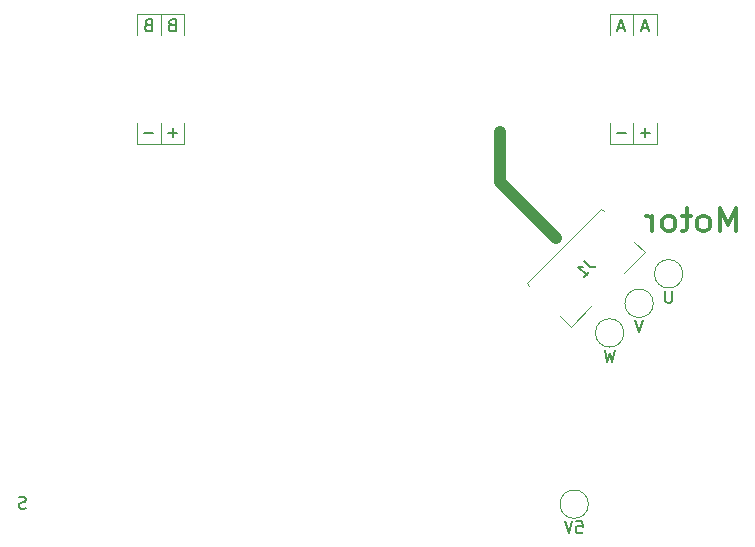
<source format=gbr>
%TF.GenerationSoftware,KiCad,Pcbnew,(6.0.5)*%
%TF.CreationDate,2023-11-22T15:14:02+07:00*%
%TF.ProjectId,view_base,76696577-5f62-4617-9365-2e6b69636164,rev?*%
%TF.SameCoordinates,Original*%
%TF.FileFunction,Legend,Bot*%
%TF.FilePolarity,Positive*%
%FSLAX46Y46*%
G04 Gerber Fmt 4.6, Leading zero omitted, Abs format (unit mm)*
G04 Created by KiCad (PCBNEW (6.0.5)) date 2023-11-22 15:14:02*
%MOMM*%
%LPD*%
G01*
G04 APERTURE LIST*
%ADD10C,0.120000*%
%ADD11C,1.000000*%
%ADD12C,0.150000*%
%ADD13C,0.300000*%
G04 APERTURE END LIST*
D10*
X78000000Y-96300000D02*
X78000000Y-94500000D01*
X78000000Y-103700000D02*
X78000000Y-105500000D01*
X80000000Y-96300000D02*
X80000000Y-94500000D01*
X82000000Y-105500000D02*
X82000000Y-103700000D01*
X78000000Y-105500000D02*
X82000000Y-105500000D01*
X78000000Y-94500000D02*
X82000000Y-94500000D01*
X82000000Y-94500000D02*
X82000000Y-96300000D01*
X80000000Y-105500000D02*
X80000000Y-103700000D01*
X118000000Y-96300000D02*
X118000000Y-94500000D01*
X118000000Y-94500000D02*
X122000000Y-94500000D01*
X122000000Y-94500000D02*
X122000000Y-96300000D01*
D11*
X108750000Y-104500000D02*
X108750000Y-108750000D01*
D10*
X120000000Y-96300000D02*
X120000000Y-94500000D01*
D11*
X108750000Y-108750000D02*
X113500000Y-113500000D01*
D10*
X118000000Y-103700000D02*
X118000000Y-105500000D01*
X122000000Y-105500000D02*
X122000000Y-103700000D01*
X120000000Y-105500000D02*
X120000000Y-103700000D01*
X118000000Y-105500000D02*
X122000000Y-105500000D01*
D12*
X78928571Y-95428571D02*
X78785714Y-95476190D01*
X78738095Y-95523809D01*
X78690476Y-95619047D01*
X78690476Y-95761904D01*
X78738095Y-95857142D01*
X78785714Y-95904761D01*
X78880952Y-95952380D01*
X79261904Y-95952380D01*
X79261904Y-94952380D01*
X78928571Y-94952380D01*
X78833333Y-95000000D01*
X78785714Y-95047619D01*
X78738095Y-95142857D01*
X78738095Y-95238095D01*
X78785714Y-95333333D01*
X78833333Y-95380952D01*
X78928571Y-95428571D01*
X79261904Y-95428571D01*
X80928571Y-95428571D02*
X80785714Y-95476190D01*
X80738095Y-95523809D01*
X80690476Y-95619047D01*
X80690476Y-95761904D01*
X80738095Y-95857142D01*
X80785714Y-95904761D01*
X80880952Y-95952380D01*
X81261904Y-95952380D01*
X81261904Y-94952380D01*
X80928571Y-94952380D01*
X80833333Y-95000000D01*
X80785714Y-95047619D01*
X80738095Y-95142857D01*
X80738095Y-95238095D01*
X80785714Y-95333333D01*
X80833333Y-95380952D01*
X80928571Y-95428571D01*
X81261904Y-95428571D01*
X79380952Y-104571428D02*
X78619047Y-104571428D01*
X81380952Y-104571428D02*
X80619047Y-104571428D01*
X81000000Y-104952380D02*
X81000000Y-104190476D01*
D13*
X128666666Y-112904761D02*
X128666666Y-110904761D01*
X128000000Y-112333333D01*
X127333333Y-110904761D01*
X127333333Y-112904761D01*
X126095238Y-112904761D02*
X126285714Y-112809523D01*
X126380952Y-112714285D01*
X126476190Y-112523809D01*
X126476190Y-111952380D01*
X126380952Y-111761904D01*
X126285714Y-111666666D01*
X126095238Y-111571428D01*
X125809523Y-111571428D01*
X125619047Y-111666666D01*
X125523809Y-111761904D01*
X125428571Y-111952380D01*
X125428571Y-112523809D01*
X125523809Y-112714285D01*
X125619047Y-112809523D01*
X125809523Y-112904761D01*
X126095238Y-112904761D01*
X124857142Y-111571428D02*
X124095238Y-111571428D01*
X124571428Y-110904761D02*
X124571428Y-112619047D01*
X124476190Y-112809523D01*
X124285714Y-112904761D01*
X124095238Y-112904761D01*
X123142857Y-112904761D02*
X123333333Y-112809523D01*
X123428571Y-112714285D01*
X123523809Y-112523809D01*
X123523809Y-111952380D01*
X123428571Y-111761904D01*
X123333333Y-111666666D01*
X123142857Y-111571428D01*
X122857142Y-111571428D01*
X122666666Y-111666666D01*
X122571428Y-111761904D01*
X122476190Y-111952380D01*
X122476190Y-112523809D01*
X122571428Y-112714285D01*
X122666666Y-112809523D01*
X122857142Y-112904761D01*
X123142857Y-112904761D01*
X121619047Y-112904761D02*
X121619047Y-111571428D01*
X121619047Y-111952380D02*
X121523809Y-111761904D01*
X121428571Y-111666666D01*
X121238095Y-111571428D01*
X121047619Y-111571428D01*
D12*
X67986296Y-135421488D02*
X68129153Y-135373869D01*
X68367249Y-135373869D01*
X68462487Y-135421488D01*
X68510106Y-135469107D01*
X68557725Y-135564345D01*
X68557725Y-135659583D01*
X68510106Y-135754821D01*
X68462487Y-135802440D01*
X68367249Y-135850059D01*
X68176772Y-135897678D01*
X68081534Y-135945297D01*
X68033915Y-135992916D01*
X67986296Y-136088154D01*
X67986296Y-136183392D01*
X68033915Y-136278630D01*
X68081534Y-136326250D01*
X68176772Y-136373869D01*
X68414868Y-136373869D01*
X68557725Y-136326250D01*
X121380952Y-104571428D02*
X120619047Y-104571428D01*
X121000000Y-104952380D02*
X121000000Y-104190476D01*
X121238095Y-95666666D02*
X120761904Y-95666666D01*
X121333333Y-95952380D02*
X121000000Y-94952380D01*
X120666666Y-95952380D01*
X119238095Y-95666666D02*
X118761904Y-95666666D01*
X119333333Y-95952380D02*
X119000000Y-94952380D01*
X118666666Y-95952380D01*
X119380952Y-104571428D02*
X118619047Y-104571428D01*
%TO.C,J1*%
X115848477Y-115377072D02*
X116353553Y-115882148D01*
X116488240Y-115949492D01*
X116622927Y-115949492D01*
X116757614Y-115882148D01*
X116824957Y-115814805D01*
X115848477Y-116791286D02*
X116252538Y-116387225D01*
X116050507Y-116589255D02*
X115343400Y-115882148D01*
X115511759Y-115915820D01*
X115646446Y-115915820D01*
X115747461Y-115882148D01*
%TO.C,TP1*%
X115190476Y-137452380D02*
X115666666Y-137452380D01*
X115714285Y-137928571D01*
X115666666Y-137880952D01*
X115571428Y-137833333D01*
X115333333Y-137833333D01*
X115238095Y-137880952D01*
X115190476Y-137928571D01*
X115142857Y-138023809D01*
X115142857Y-138261904D01*
X115190476Y-138357142D01*
X115238095Y-138404761D01*
X115333333Y-138452380D01*
X115571428Y-138452380D01*
X115666666Y-138404761D01*
X115714285Y-138357142D01*
X114857142Y-137452380D02*
X114523809Y-138452380D01*
X114190476Y-137452380D01*
%TO.C,TP6*%
X123285714Y-117952380D02*
X123285714Y-118761904D01*
X123238095Y-118857142D01*
X123190476Y-118904761D01*
X123095238Y-118952380D01*
X122904761Y-118952380D01*
X122809523Y-118904761D01*
X122761904Y-118857142D01*
X122714285Y-118761904D01*
X122714285Y-117952380D01*
%TO.C,TP7*%
X120833333Y-120452380D02*
X120500000Y-121452380D01*
X120166666Y-120452380D01*
%TO.C,TP8*%
X118428571Y-122952380D02*
X118190476Y-123952380D01*
X118000000Y-123238095D01*
X117809523Y-123952380D01*
X117571428Y-122952380D01*
D10*
%TO.C,J1*%
X114694686Y-120988157D02*
X113789618Y-120083088D01*
X111215693Y-117509164D02*
X111017731Y-117311201D01*
X116448276Y-119234567D02*
X114694686Y-120988157D01*
X117310968Y-111017964D02*
X117508931Y-111215926D01*
X120082855Y-113789851D02*
X120987924Y-114694919D01*
X120987924Y-114694919D02*
X119234333Y-116448509D01*
X111017731Y-117311201D02*
X117310968Y-111017964D01*
%TO.C,TP1*%
X116200000Y-136000000D02*
G75*
G03*
X116200000Y-136000000I-1200000J0D01*
G01*
%TO.C,TP6*%
X124200000Y-116500000D02*
G75*
G03*
X124200000Y-116500000I-1200000J0D01*
G01*
%TO.C,TP7*%
X121700000Y-119000000D02*
G75*
G03*
X121700000Y-119000000I-1200000J0D01*
G01*
%TO.C,TP8*%
X119200000Y-121500000D02*
G75*
G03*
X119200000Y-121500000I-1200000J0D01*
G01*
%TD*%
M02*

</source>
